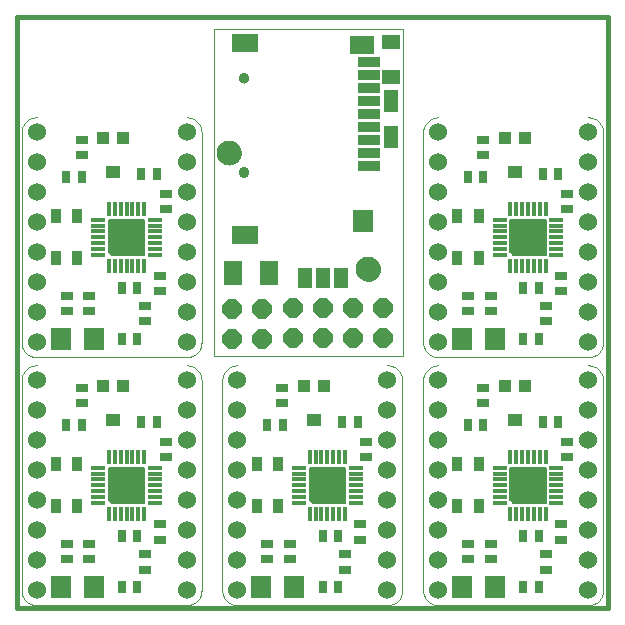
<source format=gts>
G75*
G70*
%OFA0B0*%
%FSLAX24Y24*%
%IPPOS*%
%LPD*%
%AMOC8*
5,1,8,0,0,1.08239X$1,22.5*
%
%ADD10C,0.0160*%
%ADD11C,0.0000*%
%ADD12C,0.0827*%
%ADD13R,0.0158X0.0493*%
%ADD14R,0.0493X0.0158*%
%ADD15C,0.0059*%
%ADD16C,0.0600*%
%ADD17R,0.0316X0.0394*%
%ADD18R,0.0394X0.0316*%
%ADD19R,0.0434X0.0394*%
%ADD20R,0.0473X0.0394*%
%ADD21R,0.0355X0.0512*%
%ADD22R,0.0670X0.0749*%
%ADD23R,0.0749X0.0355*%
%ADD24R,0.0827X0.0591*%
%ADD25R,0.0906X0.0591*%
%ADD26C,0.0355*%
%ADD27OC8,0.0640*%
%ADD28R,0.0500X0.0670*%
%ADD29R,0.0591X0.0512*%
%ADD30R,0.0512X0.0749*%
%ADD31R,0.0631X0.0827*%
D10*
X000180Y000180D02*
X000180Y019865D01*
X019865Y019865D01*
X019865Y000180D01*
X000180Y000180D01*
D11*
X000322Y000759D02*
X000322Y007759D01*
X000324Y007803D01*
X000330Y007846D01*
X000339Y007888D01*
X000352Y007930D01*
X000369Y007970D01*
X000389Y008009D01*
X000412Y008046D01*
X000439Y008080D01*
X000468Y008113D01*
X000501Y008142D01*
X000535Y008169D01*
X000572Y008192D01*
X000611Y008212D01*
X000651Y008229D01*
X000693Y008242D01*
X000735Y008251D01*
X000778Y008257D01*
X000822Y008259D01*
X000822Y008526D02*
X005822Y008526D01*
X005866Y008528D01*
X005909Y008534D01*
X005951Y008543D01*
X005993Y008556D01*
X006033Y008573D01*
X006072Y008593D01*
X006109Y008616D01*
X006143Y008643D01*
X006176Y008672D01*
X006205Y008705D01*
X006232Y008739D01*
X006255Y008776D01*
X006275Y008815D01*
X006292Y008855D01*
X006305Y008897D01*
X006314Y008939D01*
X006320Y008982D01*
X006322Y009026D01*
X006322Y016026D01*
X006320Y016070D01*
X006314Y016113D01*
X006305Y016155D01*
X006292Y016197D01*
X006275Y016237D01*
X006255Y016276D01*
X006232Y016313D01*
X006205Y016347D01*
X006176Y016380D01*
X006143Y016409D01*
X006109Y016436D01*
X006072Y016459D01*
X006033Y016479D01*
X005993Y016496D01*
X005951Y016509D01*
X005909Y016518D01*
X005866Y016524D01*
X005822Y016526D01*
X006843Y015347D02*
X006845Y015386D01*
X006851Y015425D01*
X006861Y015463D01*
X006874Y015500D01*
X006891Y015535D01*
X006911Y015569D01*
X006935Y015600D01*
X006962Y015629D01*
X006991Y015655D01*
X007023Y015678D01*
X007057Y015698D01*
X007093Y015714D01*
X007130Y015726D01*
X007169Y015735D01*
X007208Y015740D01*
X007247Y015741D01*
X007286Y015738D01*
X007325Y015731D01*
X007362Y015720D01*
X007399Y015706D01*
X007434Y015688D01*
X007467Y015667D01*
X007498Y015642D01*
X007526Y015615D01*
X007551Y015585D01*
X007573Y015552D01*
X007592Y015518D01*
X007607Y015482D01*
X007619Y015444D01*
X007627Y015406D01*
X007631Y015367D01*
X007631Y015327D01*
X007627Y015288D01*
X007619Y015250D01*
X007607Y015212D01*
X007592Y015176D01*
X007573Y015142D01*
X007551Y015109D01*
X007526Y015079D01*
X007498Y015052D01*
X007467Y015027D01*
X007434Y015006D01*
X007399Y014988D01*
X007362Y014974D01*
X007325Y014963D01*
X007286Y014956D01*
X007247Y014953D01*
X007208Y014954D01*
X007169Y014959D01*
X007130Y014968D01*
X007093Y014980D01*
X007057Y014996D01*
X007023Y015016D01*
X006991Y015039D01*
X006962Y015065D01*
X006935Y015094D01*
X006911Y015125D01*
X006891Y015159D01*
X006874Y015194D01*
X006861Y015231D01*
X006851Y015269D01*
X006845Y015308D01*
X006843Y015347D01*
X007564Y014694D02*
X007566Y014719D01*
X007572Y014743D01*
X007581Y014765D01*
X007594Y014786D01*
X007610Y014805D01*
X007629Y014821D01*
X007650Y014834D01*
X007672Y014843D01*
X007696Y014849D01*
X007721Y014851D01*
X007746Y014849D01*
X007770Y014843D01*
X007792Y014834D01*
X007813Y014821D01*
X007832Y014805D01*
X007848Y014786D01*
X007861Y014765D01*
X007870Y014743D01*
X007876Y014719D01*
X007878Y014694D01*
X007876Y014669D01*
X007870Y014645D01*
X007861Y014623D01*
X007848Y014602D01*
X007832Y014583D01*
X007813Y014567D01*
X007792Y014554D01*
X007770Y014545D01*
X007746Y014539D01*
X007721Y014537D01*
X007696Y014539D01*
X007672Y014545D01*
X007650Y014554D01*
X007629Y014567D01*
X007610Y014583D01*
X007594Y014602D01*
X007581Y014623D01*
X007572Y014645D01*
X007566Y014669D01*
X007564Y014694D01*
X007564Y017843D02*
X007566Y017868D01*
X007572Y017892D01*
X007581Y017914D01*
X007594Y017935D01*
X007610Y017954D01*
X007629Y017970D01*
X007650Y017983D01*
X007672Y017992D01*
X007696Y017998D01*
X007721Y018000D01*
X007746Y017998D01*
X007770Y017992D01*
X007792Y017983D01*
X007813Y017970D01*
X007832Y017954D01*
X007848Y017935D01*
X007861Y017914D01*
X007870Y017892D01*
X007876Y017868D01*
X007878Y017843D01*
X007876Y017818D01*
X007870Y017794D01*
X007861Y017772D01*
X007848Y017751D01*
X007832Y017732D01*
X007813Y017716D01*
X007792Y017703D01*
X007770Y017694D01*
X007746Y017688D01*
X007721Y017686D01*
X007696Y017688D01*
X007672Y017694D01*
X007650Y017703D01*
X007629Y017716D01*
X007610Y017732D01*
X007594Y017751D01*
X007581Y017772D01*
X007572Y017794D01*
X007566Y017818D01*
X007564Y017843D01*
X006745Y019481D02*
X013044Y019481D01*
X013044Y008556D01*
X006745Y008556D01*
X006745Y019481D01*
X000822Y016526D02*
X000778Y016524D01*
X000735Y016518D01*
X000693Y016509D01*
X000651Y016496D01*
X000611Y016479D01*
X000572Y016459D01*
X000535Y016436D01*
X000501Y016409D01*
X000468Y016380D01*
X000439Y016347D01*
X000412Y016313D01*
X000389Y016276D01*
X000369Y016237D01*
X000352Y016197D01*
X000339Y016155D01*
X000330Y016113D01*
X000324Y016070D01*
X000322Y016026D01*
X000322Y009026D01*
X000324Y008982D01*
X000330Y008939D01*
X000339Y008897D01*
X000352Y008855D01*
X000369Y008815D01*
X000389Y008776D01*
X000412Y008739D01*
X000439Y008705D01*
X000468Y008672D01*
X000501Y008643D01*
X000535Y008616D01*
X000572Y008593D01*
X000611Y008573D01*
X000651Y008556D01*
X000693Y008543D01*
X000735Y008534D01*
X000778Y008528D01*
X000822Y008526D01*
X005822Y008259D02*
X005866Y008257D01*
X005909Y008251D01*
X005951Y008242D01*
X005993Y008229D01*
X006033Y008212D01*
X006072Y008192D01*
X006109Y008169D01*
X006143Y008142D01*
X006176Y008113D01*
X006205Y008080D01*
X006232Y008046D01*
X006255Y008009D01*
X006275Y007970D01*
X006292Y007930D01*
X006305Y007888D01*
X006314Y007846D01*
X006320Y007803D01*
X006322Y007759D01*
X006322Y000759D01*
X006320Y000715D01*
X006314Y000672D01*
X006305Y000630D01*
X006292Y000588D01*
X006275Y000548D01*
X006255Y000509D01*
X006232Y000472D01*
X006205Y000438D01*
X006176Y000405D01*
X006143Y000376D01*
X006109Y000349D01*
X006072Y000326D01*
X006033Y000306D01*
X005993Y000289D01*
X005951Y000276D01*
X005909Y000267D01*
X005866Y000261D01*
X005822Y000259D01*
X000822Y000259D01*
X000778Y000261D01*
X000735Y000267D01*
X000693Y000276D01*
X000651Y000289D01*
X000611Y000306D01*
X000572Y000326D01*
X000535Y000349D01*
X000501Y000376D01*
X000468Y000405D01*
X000439Y000438D01*
X000412Y000472D01*
X000389Y000509D01*
X000369Y000548D01*
X000352Y000588D01*
X000339Y000630D01*
X000330Y000672D01*
X000324Y000715D01*
X000322Y000759D01*
X007015Y000759D02*
X007015Y007759D01*
X007017Y007803D01*
X007023Y007846D01*
X007032Y007888D01*
X007045Y007930D01*
X007062Y007970D01*
X007082Y008009D01*
X007105Y008046D01*
X007132Y008080D01*
X007161Y008113D01*
X007194Y008142D01*
X007228Y008169D01*
X007265Y008192D01*
X007304Y008212D01*
X007344Y008229D01*
X007386Y008242D01*
X007428Y008251D01*
X007471Y008257D01*
X007515Y008259D01*
X011489Y011469D02*
X011491Y011508D01*
X011497Y011547D01*
X011507Y011585D01*
X011520Y011622D01*
X011537Y011657D01*
X011557Y011691D01*
X011581Y011722D01*
X011608Y011751D01*
X011637Y011777D01*
X011669Y011800D01*
X011703Y011820D01*
X011739Y011836D01*
X011776Y011848D01*
X011815Y011857D01*
X011854Y011862D01*
X011893Y011863D01*
X011932Y011860D01*
X011971Y011853D01*
X012008Y011842D01*
X012045Y011828D01*
X012080Y011810D01*
X012113Y011789D01*
X012144Y011764D01*
X012172Y011737D01*
X012197Y011707D01*
X012219Y011674D01*
X012238Y011640D01*
X012253Y011604D01*
X012265Y011566D01*
X012273Y011528D01*
X012277Y011489D01*
X012277Y011449D01*
X012273Y011410D01*
X012265Y011372D01*
X012253Y011334D01*
X012238Y011298D01*
X012219Y011264D01*
X012197Y011231D01*
X012172Y011201D01*
X012144Y011174D01*
X012113Y011149D01*
X012080Y011128D01*
X012045Y011110D01*
X012008Y011096D01*
X011971Y011085D01*
X011932Y011078D01*
X011893Y011075D01*
X011854Y011076D01*
X011815Y011081D01*
X011776Y011090D01*
X011739Y011102D01*
X011703Y011118D01*
X011669Y011138D01*
X011637Y011161D01*
X011608Y011187D01*
X011581Y011216D01*
X011557Y011247D01*
X011537Y011281D01*
X011520Y011316D01*
X011507Y011353D01*
X011497Y011391D01*
X011491Y011430D01*
X011489Y011469D01*
X013708Y009026D02*
X013708Y016026D01*
X013710Y016070D01*
X013716Y016113D01*
X013725Y016155D01*
X013738Y016197D01*
X013755Y016237D01*
X013775Y016276D01*
X013798Y016313D01*
X013825Y016347D01*
X013854Y016380D01*
X013887Y016409D01*
X013921Y016436D01*
X013958Y016459D01*
X013997Y016479D01*
X014037Y016496D01*
X014079Y016509D01*
X014121Y016518D01*
X014164Y016524D01*
X014208Y016526D01*
X019208Y016526D02*
X019252Y016524D01*
X019295Y016518D01*
X019337Y016509D01*
X019379Y016496D01*
X019419Y016479D01*
X019458Y016459D01*
X019495Y016436D01*
X019529Y016409D01*
X019562Y016380D01*
X019591Y016347D01*
X019618Y016313D01*
X019641Y016276D01*
X019661Y016237D01*
X019678Y016197D01*
X019691Y016155D01*
X019700Y016113D01*
X019706Y016070D01*
X019708Y016026D01*
X019708Y009026D01*
X019706Y008982D01*
X019700Y008939D01*
X019691Y008897D01*
X019678Y008855D01*
X019661Y008815D01*
X019641Y008776D01*
X019618Y008739D01*
X019591Y008705D01*
X019562Y008672D01*
X019529Y008643D01*
X019495Y008616D01*
X019458Y008593D01*
X019419Y008573D01*
X019379Y008556D01*
X019337Y008543D01*
X019295Y008534D01*
X019252Y008528D01*
X019208Y008526D01*
X014208Y008526D01*
X014164Y008528D01*
X014121Y008534D01*
X014079Y008543D01*
X014037Y008556D01*
X013997Y008573D01*
X013958Y008593D01*
X013921Y008616D01*
X013887Y008643D01*
X013854Y008672D01*
X013825Y008705D01*
X013798Y008739D01*
X013775Y008776D01*
X013755Y008815D01*
X013738Y008855D01*
X013725Y008897D01*
X013716Y008939D01*
X013710Y008982D01*
X013708Y009026D01*
X013708Y007759D02*
X013708Y000759D01*
X013710Y000715D01*
X013716Y000672D01*
X013725Y000630D01*
X013738Y000588D01*
X013755Y000548D01*
X013775Y000509D01*
X013798Y000472D01*
X013825Y000438D01*
X013854Y000405D01*
X013887Y000376D01*
X013921Y000349D01*
X013958Y000326D01*
X013997Y000306D01*
X014037Y000289D01*
X014079Y000276D01*
X014121Y000267D01*
X014164Y000261D01*
X014208Y000259D01*
X019208Y000259D01*
X019252Y000261D01*
X019295Y000267D01*
X019337Y000276D01*
X019379Y000289D01*
X019419Y000306D01*
X019458Y000326D01*
X019495Y000349D01*
X019529Y000376D01*
X019562Y000405D01*
X019591Y000438D01*
X019618Y000472D01*
X019641Y000509D01*
X019661Y000548D01*
X019678Y000588D01*
X019691Y000630D01*
X019700Y000672D01*
X019706Y000715D01*
X019708Y000759D01*
X019708Y007759D01*
X019706Y007803D01*
X019700Y007846D01*
X019691Y007888D01*
X019678Y007930D01*
X019661Y007970D01*
X019641Y008009D01*
X019618Y008046D01*
X019591Y008080D01*
X019562Y008113D01*
X019529Y008142D01*
X019495Y008169D01*
X019458Y008192D01*
X019419Y008212D01*
X019379Y008229D01*
X019337Y008242D01*
X019295Y008251D01*
X019252Y008257D01*
X019208Y008259D01*
X014208Y008259D02*
X014164Y008257D01*
X014121Y008251D01*
X014079Y008242D01*
X014037Y008229D01*
X013997Y008212D01*
X013958Y008192D01*
X013921Y008169D01*
X013887Y008142D01*
X013854Y008113D01*
X013825Y008080D01*
X013798Y008046D01*
X013775Y008009D01*
X013755Y007970D01*
X013738Y007930D01*
X013725Y007888D01*
X013716Y007846D01*
X013710Y007803D01*
X013708Y007759D01*
X013015Y007759D02*
X013015Y000759D01*
X013013Y000715D01*
X013007Y000672D01*
X012998Y000630D01*
X012985Y000588D01*
X012968Y000548D01*
X012948Y000509D01*
X012925Y000472D01*
X012898Y000438D01*
X012869Y000405D01*
X012836Y000376D01*
X012802Y000349D01*
X012765Y000326D01*
X012726Y000306D01*
X012686Y000289D01*
X012644Y000276D01*
X012602Y000267D01*
X012559Y000261D01*
X012515Y000259D01*
X007515Y000259D01*
X007471Y000261D01*
X007428Y000267D01*
X007386Y000276D01*
X007344Y000289D01*
X007304Y000306D01*
X007265Y000326D01*
X007228Y000349D01*
X007194Y000376D01*
X007161Y000405D01*
X007132Y000438D01*
X007105Y000472D01*
X007082Y000509D01*
X007062Y000548D01*
X007045Y000588D01*
X007032Y000630D01*
X007023Y000672D01*
X007017Y000715D01*
X007015Y000759D01*
X013015Y007759D02*
X013013Y007803D01*
X013007Y007846D01*
X012998Y007888D01*
X012985Y007930D01*
X012968Y007970D01*
X012948Y008009D01*
X012925Y008046D01*
X012898Y008080D01*
X012869Y008113D01*
X012836Y008142D01*
X012802Y008169D01*
X012765Y008192D01*
X012726Y008212D01*
X012686Y008229D01*
X012644Y008242D01*
X012602Y008251D01*
X012559Y008257D01*
X012515Y008259D01*
D12*
X011883Y011469D03*
X007237Y015347D03*
D13*
X004412Y013471D03*
X004215Y013471D03*
X004019Y013471D03*
X003822Y013471D03*
X003625Y013471D03*
X003428Y013471D03*
X003231Y013471D03*
X003231Y011582D03*
X003428Y011582D03*
X003625Y011582D03*
X003822Y011582D03*
X004019Y011582D03*
X004215Y011582D03*
X004412Y011582D03*
X004412Y005204D03*
X004215Y005204D03*
X004019Y005204D03*
X003822Y005204D03*
X003625Y005204D03*
X003428Y005204D03*
X003231Y005204D03*
X003231Y003314D03*
X003428Y003314D03*
X003625Y003314D03*
X003822Y003314D03*
X004019Y003314D03*
X004215Y003314D03*
X004412Y003314D03*
X009924Y003314D03*
X010121Y003314D03*
X010318Y003314D03*
X010515Y003314D03*
X010711Y003314D03*
X010908Y003314D03*
X011105Y003314D03*
X011105Y005204D03*
X010908Y005204D03*
X010711Y005204D03*
X010515Y005204D03*
X010318Y005204D03*
X010121Y005204D03*
X009924Y005204D03*
X016617Y005204D03*
X016814Y005204D03*
X017011Y005204D03*
X017208Y005204D03*
X017404Y005204D03*
X017601Y005204D03*
X017798Y005204D03*
X017798Y003314D03*
X017601Y003314D03*
X017404Y003314D03*
X017208Y003314D03*
X017011Y003314D03*
X016814Y003314D03*
X016617Y003314D03*
X016617Y011582D03*
X016814Y011582D03*
X017011Y011582D03*
X017208Y011582D03*
X017404Y011582D03*
X017601Y011582D03*
X017798Y011582D03*
X017798Y013471D03*
X017601Y013471D03*
X017404Y013471D03*
X017208Y013471D03*
X017011Y013471D03*
X016814Y013471D03*
X016617Y013471D03*
D14*
X016263Y013117D03*
X016263Y012920D03*
X016263Y012723D03*
X016263Y012526D03*
X016263Y012330D03*
X016263Y012133D03*
X016263Y011936D03*
X018152Y011936D03*
X018152Y012133D03*
X018152Y012330D03*
X018152Y012526D03*
X018152Y012723D03*
X018152Y012920D03*
X018152Y013117D03*
X018152Y004849D03*
X018152Y004652D03*
X018152Y004456D03*
X018152Y004259D03*
X018152Y004062D03*
X018152Y003865D03*
X018152Y003668D03*
X016263Y003668D03*
X016263Y003865D03*
X016263Y004062D03*
X016263Y004259D03*
X016263Y004456D03*
X016263Y004652D03*
X016263Y004849D03*
X011460Y004849D03*
X011460Y004652D03*
X011460Y004456D03*
X011460Y004259D03*
X011460Y004062D03*
X011460Y003865D03*
X011460Y003668D03*
X009570Y003668D03*
X009570Y003865D03*
X009570Y004062D03*
X009570Y004259D03*
X009570Y004456D03*
X009570Y004652D03*
X009570Y004849D03*
X004767Y004849D03*
X004767Y004652D03*
X004767Y004456D03*
X004767Y004259D03*
X004767Y004062D03*
X004767Y003865D03*
X004767Y003668D03*
X002877Y003668D03*
X002877Y003865D03*
X002877Y004062D03*
X002877Y004259D03*
X002877Y004456D03*
X002877Y004652D03*
X002877Y004849D03*
X002877Y011936D03*
X002877Y012133D03*
X002877Y012330D03*
X002877Y012526D03*
X002877Y012723D03*
X002877Y012920D03*
X002877Y013117D03*
X004767Y013117D03*
X004767Y012920D03*
X004767Y012723D03*
X004767Y012526D03*
X004767Y012330D03*
X004767Y012133D03*
X004767Y011936D03*
D15*
X004412Y011936D02*
X003330Y011936D01*
X003326Y011961D01*
X003316Y011985D01*
X003300Y012005D01*
X003280Y012020D01*
X003256Y012030D01*
X003231Y012034D01*
X003231Y013117D01*
X004412Y013117D01*
X004412Y011936D01*
X004412Y011979D02*
X003318Y011979D01*
X003231Y012036D02*
X004412Y012036D01*
X004412Y012094D02*
X003231Y012094D01*
X003231Y012152D02*
X004412Y012152D01*
X004412Y012209D02*
X003231Y012209D01*
X003231Y012267D02*
X004412Y012267D01*
X004412Y012324D02*
X003231Y012324D01*
X003231Y012382D02*
X004412Y012382D01*
X004412Y012439D02*
X003231Y012439D01*
X003231Y012497D02*
X004412Y012497D01*
X004412Y012554D02*
X003231Y012554D01*
X003231Y012612D02*
X004412Y012612D01*
X004412Y012670D02*
X003231Y012670D01*
X003231Y012727D02*
X004412Y012727D01*
X004412Y012785D02*
X003231Y012785D01*
X003231Y012842D02*
X004412Y012842D01*
X004412Y012900D02*
X003231Y012900D01*
X003231Y012957D02*
X004412Y012957D01*
X004412Y013015D02*
X003231Y013015D01*
X003231Y013072D02*
X004412Y013072D01*
X004412Y004849D02*
X003231Y004849D01*
X003231Y003767D01*
X003256Y003763D01*
X003280Y003753D01*
X003300Y003737D01*
X003316Y003717D01*
X003326Y003693D01*
X003330Y003668D01*
X004412Y003668D01*
X004412Y004849D01*
X004412Y004842D02*
X003231Y004842D01*
X003231Y004784D02*
X004412Y004784D01*
X004412Y004727D02*
X003231Y004727D01*
X003231Y004669D02*
X004412Y004669D01*
X004412Y004612D02*
X003231Y004612D01*
X003231Y004554D02*
X004412Y004554D01*
X004412Y004497D02*
X003231Y004497D01*
X003231Y004439D02*
X004412Y004439D01*
X004412Y004382D02*
X003231Y004382D01*
X003231Y004324D02*
X004412Y004324D01*
X004412Y004266D02*
X003231Y004266D01*
X003231Y004209D02*
X004412Y004209D01*
X004412Y004151D02*
X003231Y004151D01*
X003231Y004094D02*
X004412Y004094D01*
X004412Y004036D02*
X003231Y004036D01*
X003231Y003979D02*
X004412Y003979D01*
X004412Y003921D02*
X003231Y003921D01*
X003231Y003864D02*
X004412Y003864D01*
X004412Y003806D02*
X003231Y003806D01*
X003285Y003748D02*
X004412Y003748D01*
X004412Y003691D02*
X003326Y003691D01*
X009924Y003767D02*
X009924Y004849D01*
X011105Y004849D01*
X011105Y003668D01*
X010023Y003668D01*
X010019Y003693D01*
X010009Y003717D01*
X009993Y003737D01*
X009973Y003753D01*
X009949Y003763D01*
X009924Y003767D01*
X009924Y003806D02*
X011105Y003806D01*
X011105Y003864D02*
X009924Y003864D01*
X009924Y003921D02*
X011105Y003921D01*
X011105Y003979D02*
X009924Y003979D01*
X009924Y004036D02*
X011105Y004036D01*
X011105Y004094D02*
X009924Y004094D01*
X009924Y004151D02*
X011105Y004151D01*
X011105Y004209D02*
X009924Y004209D01*
X009924Y004266D02*
X011105Y004266D01*
X011105Y004324D02*
X009924Y004324D01*
X009924Y004382D02*
X011105Y004382D01*
X011105Y004439D02*
X009924Y004439D01*
X009924Y004497D02*
X011105Y004497D01*
X011105Y004554D02*
X009924Y004554D01*
X009924Y004612D02*
X011105Y004612D01*
X011105Y004669D02*
X009924Y004669D01*
X009924Y004727D02*
X011105Y004727D01*
X011105Y004784D02*
X009924Y004784D01*
X009924Y004842D02*
X011105Y004842D01*
X011105Y003748D02*
X009978Y003748D01*
X010019Y003691D02*
X011105Y003691D01*
X016617Y003767D02*
X016617Y004849D01*
X017798Y004849D01*
X017798Y003668D01*
X016715Y003668D01*
X016712Y003693D01*
X016702Y003717D01*
X016686Y003737D01*
X016666Y003753D01*
X016642Y003763D01*
X016617Y003767D01*
X016617Y003806D02*
X017798Y003806D01*
X017798Y003864D02*
X016617Y003864D01*
X016617Y003921D02*
X017798Y003921D01*
X017798Y003979D02*
X016617Y003979D01*
X016617Y004036D02*
X017798Y004036D01*
X017798Y004094D02*
X016617Y004094D01*
X016617Y004151D02*
X017798Y004151D01*
X017798Y004209D02*
X016617Y004209D01*
X016617Y004266D02*
X017798Y004266D01*
X017798Y004324D02*
X016617Y004324D01*
X016617Y004382D02*
X017798Y004382D01*
X017798Y004439D02*
X016617Y004439D01*
X016617Y004497D02*
X017798Y004497D01*
X017798Y004554D02*
X016617Y004554D01*
X016617Y004612D02*
X017798Y004612D01*
X017798Y004669D02*
X016617Y004669D01*
X016617Y004727D02*
X017798Y004727D01*
X017798Y004784D02*
X016617Y004784D01*
X016617Y004842D02*
X017798Y004842D01*
X017798Y003748D02*
X016671Y003748D01*
X016712Y003691D02*
X017798Y003691D01*
X017798Y011936D02*
X016715Y011936D01*
X016712Y011961D01*
X016702Y011985D01*
X016686Y012005D01*
X016666Y012020D01*
X016642Y012030D01*
X016617Y012034D01*
X016617Y013117D01*
X017798Y013117D01*
X017798Y011936D01*
X017798Y011979D02*
X016704Y011979D01*
X016617Y012036D02*
X017798Y012036D01*
X017798Y012094D02*
X016617Y012094D01*
X016617Y012152D02*
X017798Y012152D01*
X017798Y012209D02*
X016617Y012209D01*
X016617Y012267D02*
X017798Y012267D01*
X017798Y012324D02*
X016617Y012324D01*
X016617Y012382D02*
X017798Y012382D01*
X017798Y012439D02*
X016617Y012439D01*
X016617Y012497D02*
X017798Y012497D01*
X017798Y012554D02*
X016617Y012554D01*
X016617Y012612D02*
X017798Y012612D01*
X017798Y012670D02*
X016617Y012670D01*
X016617Y012727D02*
X017798Y012727D01*
X017798Y012785D02*
X016617Y012785D01*
X016617Y012842D02*
X017798Y012842D01*
X017798Y012900D02*
X016617Y012900D01*
X016617Y012957D02*
X017798Y012957D01*
X017798Y013015D02*
X016617Y013015D01*
X016617Y013072D02*
X017798Y013072D01*
D16*
X019208Y013026D03*
X019208Y012026D03*
X019208Y011026D03*
X019208Y010026D03*
X019208Y009026D03*
X019208Y007759D03*
X019208Y006759D03*
X019208Y005759D03*
X019208Y004759D03*
X019208Y003759D03*
X019208Y002759D03*
X019208Y001759D03*
X019208Y000759D03*
X014208Y000759D03*
X014208Y001759D03*
X014208Y002759D03*
X014208Y003759D03*
X014208Y004759D03*
X014208Y005759D03*
X014208Y006759D03*
X014208Y007759D03*
X014208Y009026D03*
X014208Y010026D03*
X014208Y011026D03*
X014208Y012026D03*
X014208Y013026D03*
X014208Y014026D03*
X014208Y015026D03*
X014208Y016026D03*
X019208Y016026D03*
X019208Y015026D03*
X019208Y014026D03*
X012515Y007759D03*
X012515Y006759D03*
X012515Y005759D03*
X012515Y004759D03*
X012515Y003759D03*
X012515Y002759D03*
X012515Y001759D03*
X012515Y000759D03*
X007515Y000759D03*
X007515Y001759D03*
X007515Y002759D03*
X007515Y003759D03*
X007515Y004759D03*
X007515Y005759D03*
X007515Y006759D03*
X007515Y007759D03*
X005822Y007759D03*
X005822Y006759D03*
X005822Y005759D03*
X005822Y004759D03*
X005822Y003759D03*
X005822Y002759D03*
X005822Y001759D03*
X005822Y000759D03*
X000822Y000759D03*
X000822Y001759D03*
X000822Y002759D03*
X000822Y003759D03*
X000822Y004759D03*
X000822Y005759D03*
X000822Y006759D03*
X000822Y007759D03*
X000822Y009026D03*
X000822Y010026D03*
X000822Y011026D03*
X000822Y012026D03*
X000822Y013026D03*
X000822Y014026D03*
X000822Y015026D03*
X000822Y016026D03*
X005822Y016026D03*
X005822Y015026D03*
X005822Y014026D03*
X005822Y013026D03*
X005822Y012026D03*
X005822Y011026D03*
X005822Y010026D03*
X005822Y009026D03*
D17*
X004178Y009126D03*
X003666Y009126D03*
X003666Y010826D03*
X004178Y010826D03*
X002328Y014526D03*
X001816Y014526D03*
X004316Y014626D03*
X004828Y014626D03*
X004828Y006359D03*
X004316Y006359D03*
X002328Y006259D03*
X001816Y006259D03*
X003666Y002559D03*
X004178Y002559D03*
X004178Y000859D03*
X003666Y000859D03*
X008509Y006259D03*
X009021Y006259D03*
X011009Y006359D03*
X011521Y006359D03*
X015202Y006259D03*
X015713Y006259D03*
X017702Y006359D03*
X018213Y006359D03*
X017563Y009126D03*
X017052Y009126D03*
X017052Y010826D03*
X017563Y010826D03*
X015713Y014526D03*
X015202Y014526D03*
X017702Y014626D03*
X018213Y014626D03*
X017563Y002559D03*
X017052Y002559D03*
X017052Y000859D03*
X017563Y000859D03*
X010871Y000859D03*
X010359Y000859D03*
X010359Y002559D03*
X010871Y002559D03*
D18*
X011115Y001965D03*
X011115Y001453D03*
X011615Y002453D03*
X011615Y002965D03*
X011815Y005203D03*
X011815Y005715D03*
X009015Y007003D03*
X009015Y007515D03*
X005122Y005715D03*
X005122Y005203D03*
X004922Y002965D03*
X004922Y002453D03*
X004422Y001965D03*
X004422Y001453D03*
X002572Y001803D03*
X002572Y002315D03*
X001822Y002315D03*
X001822Y001803D03*
X002322Y007003D03*
X002322Y007515D03*
X004422Y009721D03*
X004422Y010232D03*
X004922Y010721D03*
X004922Y011232D03*
X005122Y013471D03*
X005122Y013982D03*
X002322Y015271D03*
X002322Y015782D03*
X002572Y010582D03*
X002572Y010071D03*
X001822Y010071D03*
X001822Y010582D03*
X008515Y002315D03*
X008515Y001803D03*
X009265Y001803D03*
X009265Y002315D03*
X015208Y002315D03*
X015208Y001803D03*
X015958Y001803D03*
X015958Y002315D03*
X017808Y001965D03*
X017808Y001453D03*
X018308Y002453D03*
X018308Y002965D03*
X018508Y005203D03*
X018508Y005715D03*
X015708Y007003D03*
X015708Y007515D03*
X017808Y009721D03*
X017808Y010232D03*
X018308Y010721D03*
X018308Y011232D03*
X018508Y013471D03*
X018508Y013982D03*
X015708Y015271D03*
X015708Y015782D03*
X015958Y010582D03*
X015958Y010071D03*
X015208Y010071D03*
X015208Y010582D03*
D19*
X016423Y007580D03*
X017092Y007580D03*
X010399Y007580D03*
X009730Y007580D03*
X003706Y007580D03*
X003037Y007580D03*
X003037Y015847D03*
X003706Y015847D03*
X016423Y015847D03*
X017092Y015847D03*
D20*
X016758Y014706D03*
X016758Y006438D03*
X010065Y006438D03*
X003372Y006438D03*
X003372Y014706D03*
D21*
X002176Y013226D03*
X001467Y013226D03*
X001467Y011826D03*
X002176Y011826D03*
X002176Y004959D03*
X001467Y004959D03*
X001467Y003559D03*
X002176Y003559D03*
X008160Y003559D03*
X008869Y003559D03*
X008869Y004959D03*
X008160Y004959D03*
X014853Y004959D03*
X015562Y004959D03*
X015562Y003559D03*
X014853Y003559D03*
X014853Y011826D03*
X015562Y011826D03*
X015562Y013226D03*
X014853Y013226D03*
D22*
X011698Y013080D03*
X015006Y009126D03*
X016109Y009126D03*
X016109Y000859D03*
X015006Y000859D03*
X009416Y000859D03*
X008313Y000859D03*
X002723Y000859D03*
X001621Y000859D03*
X001621Y009126D03*
X002723Y009126D03*
D23*
X011895Y014910D03*
X011895Y015343D03*
X011895Y015776D03*
X011895Y016210D03*
X011895Y016643D03*
X011895Y017076D03*
X011895Y017509D03*
X011895Y017942D03*
X011895Y018375D03*
D24*
X011658Y018946D03*
D25*
X007780Y019005D03*
X007780Y012587D03*
D26*
X007721Y014694D03*
X007721Y017843D03*
D27*
X009359Y010158D03*
X009359Y009158D03*
X010359Y009158D03*
X011359Y009158D03*
X012359Y009158D03*
X012359Y010158D03*
X011359Y010158D03*
X010359Y010158D03*
X008337Y010127D03*
X007337Y010127D03*
X007337Y009127D03*
X008337Y009127D03*
D28*
X009759Y011158D03*
X010359Y011158D03*
X010959Y011158D03*
D29*
X012641Y017867D03*
X012641Y019048D03*
D30*
X012641Y017065D03*
X012641Y015885D03*
D31*
X008566Y011341D03*
X007385Y011341D03*
M02*

</source>
